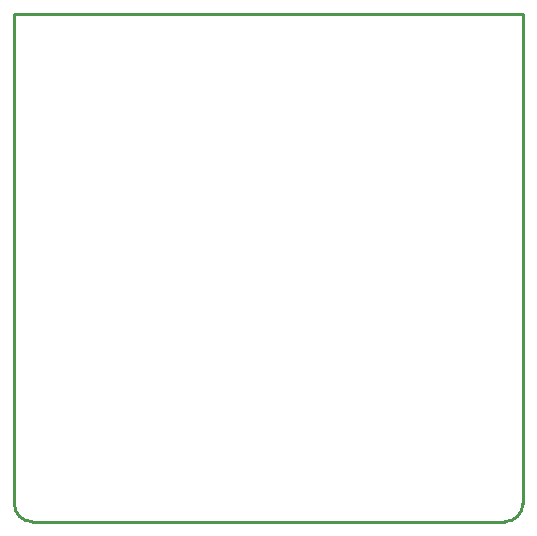
<source format=gko>
G04 start of page 2 for group 5 layer_idx 2 *
G04 Title: (unknown), global_outline *
G04 Creator: pcb-rnd 3.1.8-dev *
G04 CreationDate: 2025-10-15 01:59:17 UTC *
G04 For:  *
G04 Format: Gerber/RS-274X *
G04 PCB-Dimensions: 300000 400000 *
G04 PCB-Coordinate-Origin: lower left *
%MOIN*%
%FSLAX25Y25*%
%LNGLOBAL_BOUNDARY_UROUTE_5*%
%ADD104C,0.0100*%
G54D104*X29500Y289000D02*X199000D01*
X29500Y125640D02*Y289000D01*
X199000Y125640D02*Y289000D01*
X193000Y119640D02*X35500D01*
X29500Y125640D02*G75*G03X35500Y119640I6000J0D01*G01*
X193000D02*G75*G03X199000Y125640I0J6000D01*G01*
M02*

</source>
